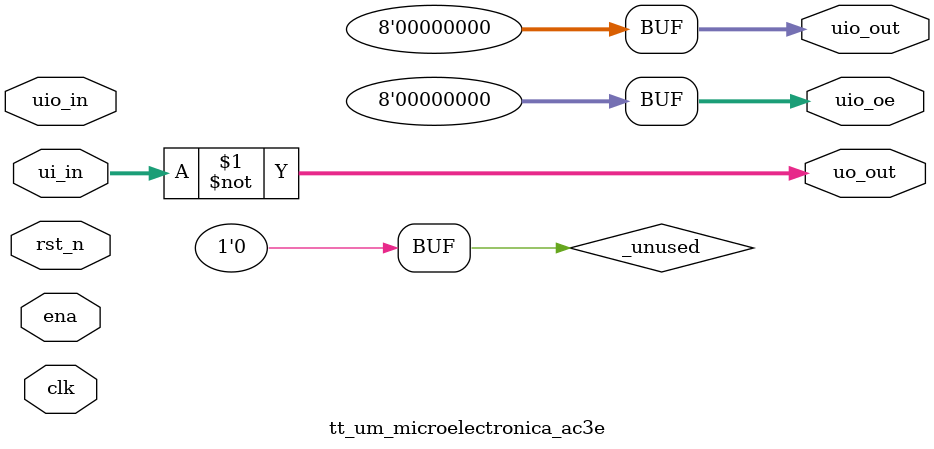
<source format=v>
/*
 * Copyright (c) 2024 Your Name
 * SPDX-License-Identifier: Apache-2.0
 */

`default_nettype none

module tt_um_microelectronica_ac3e (
    input  wire [7:0] ui_in,    // Dedicated inputs
    output wire [7:0] uo_out,   // Dedicated outputs
    input  wire [7:0] uio_in,   // IOs: Input path
    output wire [7:0] uio_out,  // IOs: Output path
    output wire [7:0] uio_oe,   // IOs: Enable path (active high: 0=input, 1=output)
    input  wire       ena,      // always 1 when the design is powered, so you can ignore it
    input  wire       clk,      // clock
    input  wire       rst_n     // reset_n - low to reset
);

  // All output pins must be assigned. If not used, assign to 0.
  assign uo_out  = ~ui_in;  // Example: ou_out is inverse of ui_in
  assign uio_out = 0;
  assign uio_oe  = 0;

  // List all unused inputs to prevent warnings
  wire _unused = &{uio_in, ena, clk, rst_n, 1'b0};

endmodule

</source>
